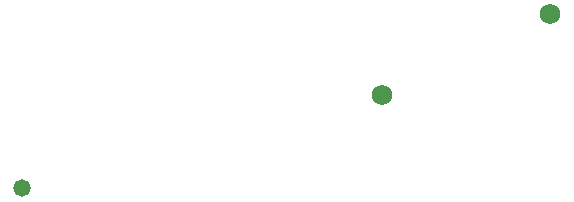
<source format=gbs>
G04*
G04 #@! TF.GenerationSoftware,Altium Limited,Altium Designer,24.9.1 (31)*
G04*
G04 Layer_Color=16711935*
%FSLAX44Y44*%
%MOMM*%
G71*
G04*
G04 #@! TF.SameCoordinates,7E7E1321-1AF4-471A-A2C5-3CFE501CF5BA*
G04*
G04*
G04 #@! TF.FilePolarity,Negative*
G04*
G01*
G75*
%ADD29C,1.7272*%
%ADD30C,1.4732*%
D29*
X855980Y932180D02*
D03*
X713740Y863600D02*
D03*
D30*
X408940Y784860D02*
D03*
M02*

</source>
